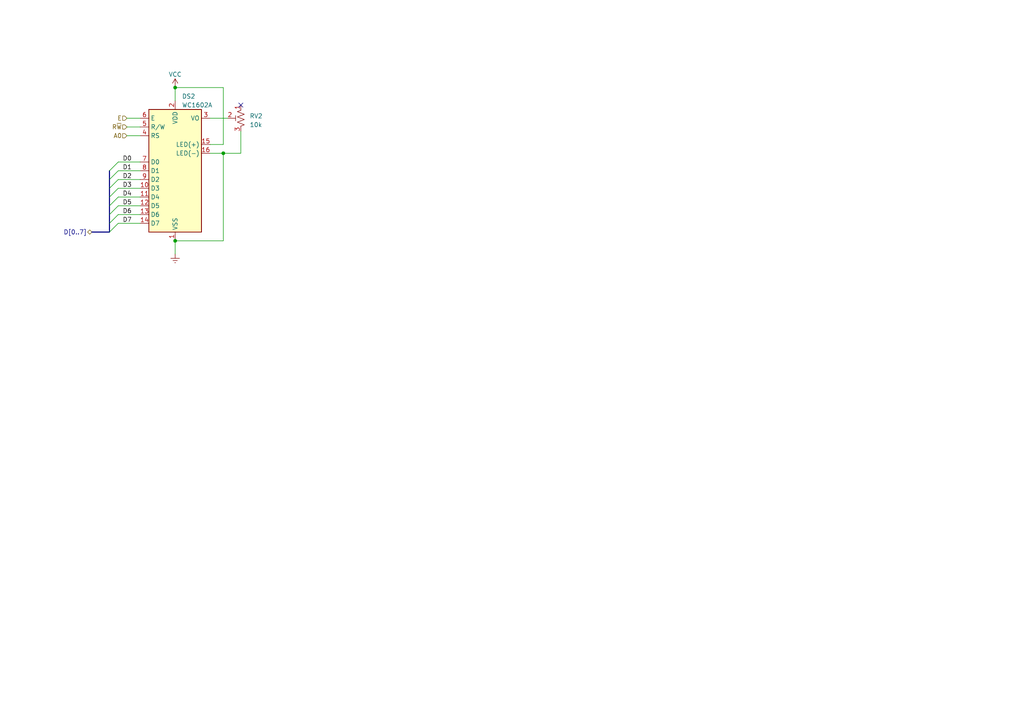
<source format=kicad_sch>
(kicad_sch (version 20230121) (generator eeschema)
  (paper "A4")
  (lib_symbols
    (symbol "Device:R_Potentiometer_Trim_US" (pin_names (offset 1.016) hide)
      (property "Reference" "RV" (at -4.445 0 90))
      (property "Value" "R_Potentiometer_Trim_US" (at -2.54 0 90))
      (symbol "R_Potentiometer_Trim_US_0_1"
        (polyline (pts (xy 0 -2.286) (xy 0 -2.54)))
        (polyline (pts (xy 0 2.286) (xy 0 2.54)))
        (polyline (pts (xy 1.524 0.762) (xy 1.524 -0.762)))
        (polyline (pts (xy 2.54 0) (xy 1.524 0)))
        (polyline (pts (xy 0 -0.762) (xy 1.016 -1.143) (xy 0 -1.524) (xy -1.016 -1.905) (xy 0 -2.286)))
        (polyline (pts (xy 0 0.762) (xy 1.016 0.381) (xy 0 0) (xy -1.016 -0.381) (xy 0 -0.762)))
        (polyline (pts (xy 0 2.286) (xy 1.016 1.905) (xy 0 1.524) (xy -1.016 1.143) (xy 0 0.762)))
      )
      (symbol "R_Potentiometer_Trim_US_1_1"
        (pin passive line (at 0 3.81 270) (length 1.27) (name "1") (number "1"))
        (pin passive line (at 3.81 0 180) (length 1.27) (name "2") (number "2"))
        (pin passive line (at 0 -3.81 90) (length 1.27) (name "3") (number "3"))
      )
    )
    (symbol "Display_Character:WC1602A"
      (property "Reference" "DS" (at -5.842 19.05 0))
      (property "Value" "WC1602A" (at 5.334 19.05 0))
      (symbol "WC1602A_1_1"
        (rectangle (start -7.62 17.78) (end 7.62 -17.78) (stroke (width 0.254)) (fill (type background)))
        (pin power_in line (at 0 -20.32 90) (length 2.54) (name "VSS") (number "1"))
        (pin input line (at -10.16 -5.08 0) (length 2.54) (name "D3") (number "10"))
        (pin input line (at -10.16 -7.62 0) (length 2.54) (name "D4") (number "11"))
        (pin input line (at -10.16 -10.16 0) (length 2.54) (name "D5") (number "12"))
        (pin input line (at -10.16 -12.7 0) (length 2.54) (name "D6") (number "13"))
        (pin input line (at -10.16 -15.24 0) (length 2.54) (name "D7") (number "14"))
        (pin power_in line (at 10.16 7.62 180) (length 2.54) (name "LED(+)") (number "15"))
        (pin power_in line (at 10.16 5.08 180) (length 2.54) (name "LED(-)") (number "16"))
        (pin power_in line (at 0 20.32 270) (length 2.54) (name "VDD") (number "2"))
        (pin input line (at 10.16 15.24 180) (length 2.54) (name "VO") (number "3"))
        (pin input line (at -10.16 10.16 0) (length 2.54) (name "RS") (number "4"))
        (pin input line (at -10.16 12.7 0) (length 2.54) (name "R/W") (number "5"))
        (pin input line (at -10.16 15.24 0) (length 2.54) (name "E") (number "6"))
        (pin input line (at -10.16 2.54 0) (length 2.54) (name "D0") (number "7"))
        (pin input line (at -10.16 0 0) (length 2.54) (name "D1") (number "8"))
        (pin input line (at -10.16 -2.54 0) (length 2.54) (name "D2") (number "9"))
      )
    )
    (symbol "power:Earth" (power) (pin_names (offset 0))
      (symbol "Earth_0_1"
        (polyline (pts (xy -0.635 -1.905) (xy 0.635 -1.905)))
        (polyline (pts (xy -0.127 -2.54) (xy 0.127 -2.54)))
        (polyline (pts (xy 0 -1.27) (xy 0 0)))
        (polyline (pts (xy 1.27 -1.27) (xy -1.27 -1.27)))
      )
      (symbol "Earth_1_1"
        (pin power_in line (at 0 0 270) (length 0) hide (name "Earth") (number "1"))
      )
    )
    (symbol "power:VCC" (power) (pin_names (offset 0))
      (property "Value" "VCC" (at 0 3.81 0))
      (symbol "VCC_0_1"
        (polyline (pts (xy -0.762 1.27) (xy 0 2.54)))
        (polyline (pts (xy 0 0) (xy 0 2.54)))
        (polyline (pts (xy 0 2.54) (xy 0.762 1.27)))
      )
      (symbol "VCC_1_1"
        (pin power_in line (at 0 0 90) (length 0) hide (name "VCC") (number "1"))
      )
    )
  )
  (junction (at 64.77 44.45))
  (junction (at 50.8 25.4))
  (junction (at 50.8 69.85))
  (no_connect (at 69.85 30.48))
  (bus_entry (at 31.75 64.77) (size 2.54 -2.54))
  (bus_entry (at 31.75 49.53) (size 2.54 -2.54))
  (bus_entry (at 31.75 54.61) (size 2.54 -2.54))
  (bus_entry (at 31.75 52.07) (size 2.54 -2.54))
  (bus_entry (at 31.75 67.31) (size 2.54 -2.54))
  (bus_entry (at 31.75 57.15) (size 2.54 -2.54))
  (bus_entry (at 31.75 62.23) (size 2.54 -2.54))
  (bus_entry (at 31.75 59.69) (size 2.54 -2.54))
  (wire (pts (xy 34.29 62.23) (xy 40.64 62.23)))
  (bus (pts (xy 31.75 64.77) (xy 31.75 67.31)))
  (bus (pts (xy 31.75 54.61) (xy 31.75 57.15)))
  (wire (pts (xy 36.83 36.83) (xy 40.64 36.83)))
  (wire (pts (xy 34.29 57.15) (xy 40.64 57.15)))
  (wire (pts (xy 64.77 44.45) (xy 69.85 44.45)))
  (wire (pts (xy 64.77 25.4) (xy 64.77 41.91)))
  (wire (pts (xy 34.29 52.07) (xy 40.64 52.07)))
  (wire (pts (xy 36.83 39.37) (xy 40.64 39.37)))
  (wire (pts (xy 34.29 54.61) (xy 40.64 54.61)))
  (wire (pts (xy 36.83 34.29) (xy 40.64 34.29)))
  (wire (pts (xy 64.77 69.85) (xy 50.8 69.85)))
  (wire (pts (xy 34.29 59.69) (xy 40.64 59.69)))
  (bus (pts (xy 31.75 62.23) (xy 31.75 64.77)))
  (wire (pts (xy 60.96 41.91) (xy 64.77 41.91)))
  (wire (pts (xy 60.96 34.29) (xy 66.04 34.29)))
  (wire (pts (xy 64.77 44.45) (xy 64.77 69.85)))
  (wire (pts (xy 50.8 69.85) (xy 50.8 73.66)))
  (wire (pts (xy 34.29 46.99) (xy 40.64 46.99)))
  (bus (pts (xy 31.75 59.69) (xy 31.75 62.23)))
  (wire (pts (xy 50.8 25.4) (xy 64.77 25.4)))
  (wire (pts (xy 69.85 38.1) (xy 69.85 44.45)))
  (wire (pts (xy 34.29 64.77) (xy 40.64 64.77)))
  (bus (pts (xy 31.75 57.15) (xy 31.75 59.69)))
  (wire (pts (xy 34.29 49.53) (xy 40.64 49.53)))
  (bus (pts (xy 26.67 67.31) (xy 31.75 67.31)))
  (wire (pts (xy 60.96 44.45) (xy 64.77 44.45)))
  (wire (pts (xy 50.8 25.4) (xy 50.8 29.21)))
  (bus (pts (xy 31.75 49.53) (xy 31.75 52.07)))
  (bus (pts (xy 31.75 52.07) (xy 31.75 54.61)))
  (label "D4" (at 35.56 57.15 0))
  (label "D5" (at 35.56 59.69 0))
  (label "D1" (at 35.56 49.53 0))
  (label "D0" (at 35.56 46.99 0))
  (label "D3" (at 35.56 54.61 0))
  (label "D7" (at 35.56 64.77 0))
  (label "D6" (at 35.56 62.23 0))
  (label "D2" (at 35.56 52.07 0))
  (hierarchical_label "A0" (shape input) (at 36.83 39.37 180))
  (hierarchical_label "E" (shape input) (at 36.83 34.29 180))
  (hierarchical_label "R~{W}" (shape input) (at 36.83 36.83 180))
  (hierarchical_label "D[0..7]" (shape tri_state) (at 26.67 67.31 180))
  (symbol (lib_id "Device:R_Potentiometer_Trim_US") (at 69.85 34.29 0) (mirror y) (unit 1)
    (property "Reference" "RV2" (at 72.39 33.655 0) (effects (justify right)))
    (property "Value" "10k" (at 72.39 36.195 0) (effects (justify right)))
    (instances (project "rod6502" (path "" (reference "RV2") (unit 1)) (path "" (reference "RV1") (unit 1)) (path "" (reference "RV1") (unit 1))))
  )
  (symbol (lib_id "power:VCC") (at 50.8 25.4 0) (unit 1)
    (property "Reference" "#PWR032" (effects hide))
    (property "Value" "+5V" (at 50.8 21.59 0))
    (instances (project "rod6502" (path "" (reference "#PWR032") (unit 1)) (path "" (reference "#PWR022") (unit 1)) (path "" (reference "#PWR034") (unit 1))))
  )
  (symbol (lib_id "Display_Character:WC1602A") (at 50.8 49.53 0) (unit 1)
    (property "Reference" "DS2" (at 52.7559 27.94 0) (effects (justify left)))
    (property "Value" "WC1602A" (at 52.7559 30.48 0) (effects (justify left)))
    (property "Footprint" "Display:HY1602E" (effects hide))
    (property "Datasheet" "https://www.sparkfun.com/datasheets/LCD/HD44780.pdf" (effects hide))
    (instances (project "rod6502" (path "" (reference "DS2") (unit 1)) (path "" (reference "DS1") (unit 1)) (path "" (reference "DS1") (unit 1))))
  )
  (symbol (lib_id "power:Earth") (at 50.8 73.66 0) (unit 1)
    (property "Reference" "#PWR033" (effects hide))
    (property "Value" "Earth" (effects hide))
    (instances (project "rod6502" (path "" (reference "#PWR033") (unit 1)) (path "" (reference "#PWR025") (unit 1)) (path "" (reference "#PWR035") (unit 1))))
  )
)
</source>
